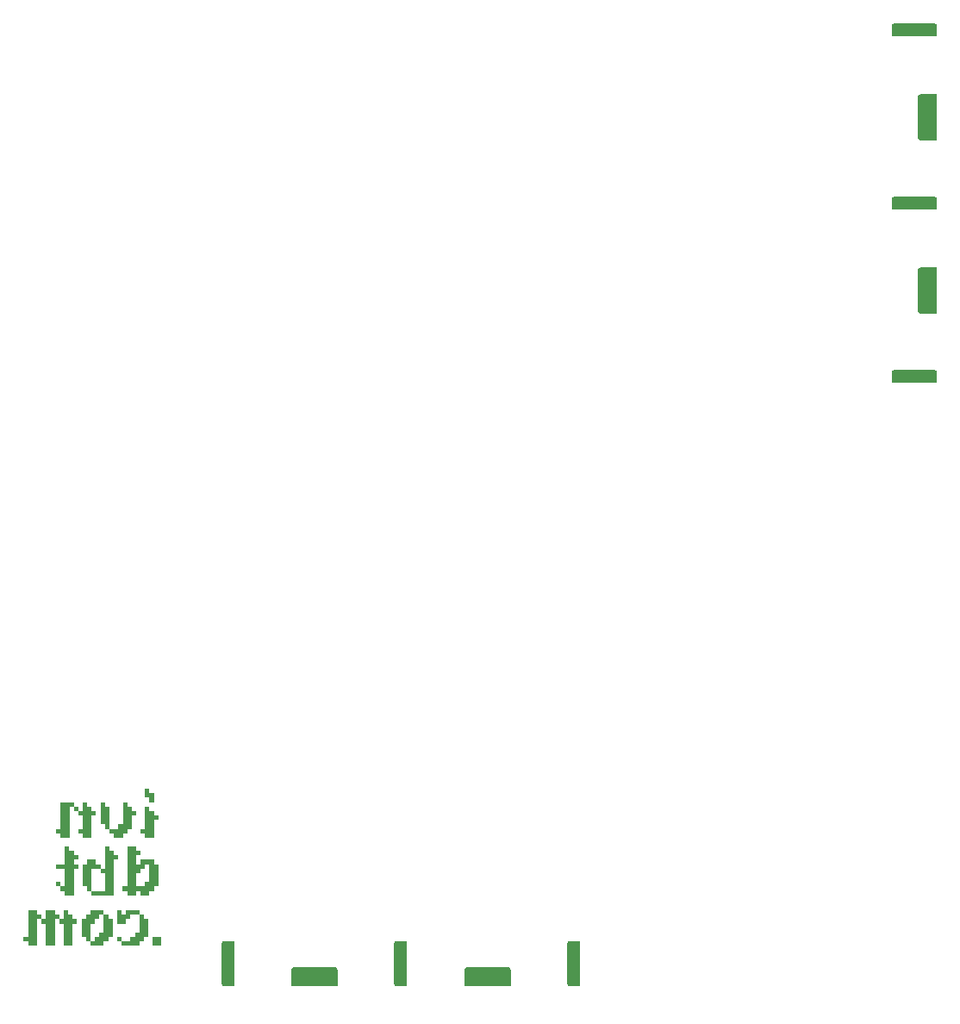
<source format=gbp>
%TF.GenerationSoftware,KiCad,Pcbnew,9.0.2*%
%TF.CreationDate,2026-01-27T22:30:12+01:00*%
%TF.ProjectId,obiwanstenobit,6f626977-616e-4737-9465-6e6f6269742e,rev?*%
%TF.SameCoordinates,Original*%
%TF.FileFunction,Paste,Bot*%
%TF.FilePolarity,Positive*%
%FSLAX46Y46*%
G04 Gerber Fmt 4.6, Leading zero omitted, Abs format (unit mm)*
G04 Created by KiCad (PCBNEW 9.0.2) date 2026-01-27 22:30:12*
%MOMM*%
%LPD*%
G01*
G04 APERTURE LIST*
G04 Aperture macros list*
%AMRoundRect*
0 Rectangle with rounded corners*
0 $1 Rounding radius*
0 $2 $3 $4 $5 $6 $7 $8 $9 X,Y pos of 4 corners*
0 Add a 4 corners polygon primitive as box body*
4,1,4,$2,$3,$4,$5,$6,$7,$8,$9,$2,$3,0*
0 Add four circle primitives for the rounded corners*
1,1,$1+$1,$2,$3*
1,1,$1+$1,$4,$5*
1,1,$1+$1,$6,$7*
1,1,$1+$1,$8,$9*
0 Add four rect primitives between the rounded corners*
20,1,$1+$1,$2,$3,$4,$5,0*
20,1,$1+$1,$4,$5,$6,$7,0*
20,1,$1+$1,$6,$7,$8,$9,0*
20,1,$1+$1,$8,$9,$2,$3,0*%
%AMFreePoly0*
4,1,15,-0.950000,1.965000,-0.942430,2.030251,-0.900124,2.126064,-0.826064,2.200124,-0.730251,2.242430,-0.665000,2.250000,0.950000,2.250000,0.950000,-2.250000,-0.665000,-2.250000,-0.730251,-2.242430,-0.826064,-2.200124,-0.900124,-2.126064,-0.942430,-2.030251,-0.950000,-1.965000,-0.950000,1.965000,-0.950000,1.965000,$1*%
G04 Aperture macros list end*
%ADD10C,0.150000*%
%ADD11FreePoly0,0.000000*%
%ADD12RoundRect,0.190500X-0.444500X2.049500X-0.444500X-2.049500X0.444500X-2.049500X0.444500X2.049500X0*%
%ADD13RoundRect,0.190500X2.049500X0.444500X-2.049500X0.444500X-2.049500X-0.444500X2.049500X-0.444500X0*%
%ADD14FreePoly0,270.000000*%
G04 APERTURE END LIST*
D10*
G36*
X121564026Y-116702997D02*
G01*
X122001221Y-116702997D01*
X122001221Y-117140191D01*
X121564026Y-117140191D01*
X121564026Y-117577386D01*
X121564026Y-118014581D01*
X122001221Y-118014581D01*
X122001221Y-117577386D01*
X122438415Y-117577386D01*
X122875610Y-117577386D01*
X123312805Y-117577386D01*
X123312805Y-118014581D01*
X123750000Y-118014581D01*
X123750000Y-118451775D01*
X123750000Y-118888970D01*
X123750000Y-119326165D01*
X123750000Y-119763359D01*
X123750000Y-120200554D01*
X123312805Y-120200554D01*
X123312805Y-120637749D01*
X122875610Y-120637749D01*
X122875610Y-121074944D01*
X122438415Y-121074944D01*
X122001221Y-121074944D01*
X122001221Y-120637749D01*
X121564026Y-120637749D01*
X121564026Y-121074944D01*
X121126831Y-121074944D01*
X120689637Y-121074944D01*
X120689637Y-120637749D01*
X120252442Y-120637749D01*
X120252442Y-120200554D01*
X120689637Y-120200554D01*
X120689637Y-119763359D01*
X120689637Y-119326165D01*
X120689637Y-118888970D01*
X121564026Y-118888970D01*
X121564026Y-119326165D01*
X121564026Y-119763359D01*
X121564026Y-120200554D01*
X122001221Y-120200554D01*
X122438415Y-120200554D01*
X122438415Y-119763359D01*
X122875610Y-119763359D01*
X122875610Y-119326165D01*
X122875610Y-118888970D01*
X122875610Y-118451775D01*
X122875610Y-118014581D01*
X122438415Y-118014581D01*
X122438415Y-118451775D01*
X122001221Y-118451775D01*
X122001221Y-118888970D01*
X121564026Y-118888970D01*
X120689637Y-118888970D01*
X120689637Y-118451775D01*
X120689637Y-118014581D01*
X120689637Y-117577386D01*
X120689637Y-117140191D01*
X120689637Y-116702997D01*
X120689637Y-116265802D01*
X121126831Y-116265802D01*
X121564026Y-116265802D01*
X121564026Y-116702997D01*
G37*
G36*
X117626831Y-120637749D02*
G01*
X117189637Y-120637749D01*
X117189637Y-121074944D01*
X117626831Y-121074944D01*
X118064026Y-121074944D01*
X118501221Y-121074944D01*
X118938415Y-121074944D01*
X119375610Y-121074944D01*
X119375610Y-120637749D01*
X119375610Y-120200554D01*
X119375610Y-119763359D01*
X119375610Y-119326165D01*
X119375610Y-118888970D01*
X119375610Y-118451775D01*
X119375610Y-118014581D01*
X119375610Y-117577386D01*
X119812805Y-117577386D01*
X119812805Y-117140191D01*
X119375610Y-117140191D01*
X119375610Y-116702997D01*
X118938415Y-116702997D01*
X118938415Y-116265802D01*
X118501221Y-116265802D01*
X118501221Y-116702997D01*
X118501221Y-117140191D01*
X118501221Y-117577386D01*
X118501221Y-118014581D01*
X118501221Y-118451775D01*
X118064026Y-118451775D01*
X118064026Y-118888970D01*
X118501221Y-118888970D01*
X118501221Y-119326165D01*
X118501221Y-119763359D01*
X118501221Y-120200554D01*
X118501221Y-120637749D01*
X118064026Y-120637749D01*
X117626831Y-120637749D01*
G37*
G36*
X117189637Y-120637749D02*
G01*
X117189637Y-120200554D01*
X117189637Y-119763359D01*
X117189637Y-119326165D01*
X117189637Y-118888970D01*
X117189637Y-118451775D01*
X117626831Y-118451775D01*
X118064026Y-118451775D01*
X118064026Y-118014581D01*
X117626831Y-118014581D01*
X117626831Y-117577386D01*
X117189637Y-117577386D01*
X116752442Y-117577386D01*
X116752442Y-118014581D01*
X116315247Y-118014581D01*
X116315247Y-118451775D01*
X116315247Y-118888970D01*
X116315247Y-119326165D01*
X116315247Y-119763359D01*
X116315247Y-120200554D01*
X116752442Y-120200554D01*
X116752442Y-120637749D01*
X117189637Y-120637749D01*
G37*
G36*
X115001221Y-121074944D02*
G01*
X115438415Y-121074944D01*
X115438415Y-120637749D01*
X115438415Y-120200554D01*
X115438415Y-119763359D01*
X115438415Y-119326165D01*
X115438415Y-118888970D01*
X115438415Y-118451775D01*
X115875610Y-118451775D01*
X115875610Y-118014581D01*
X115438415Y-118014581D01*
X115438415Y-117577386D01*
X115875610Y-117577386D01*
X115875610Y-117140191D01*
X115438415Y-117140191D01*
X115438415Y-116702997D01*
X115001221Y-116702997D01*
X115001221Y-116265802D01*
X114564026Y-116265802D01*
X114564026Y-116702997D01*
X114564026Y-117140191D01*
X114564026Y-117577386D01*
X114564026Y-118014581D01*
X114126831Y-118014581D01*
X113689637Y-118014581D01*
X113689637Y-118451775D01*
X114126831Y-118451775D01*
X114564026Y-118451775D01*
X114564026Y-118888970D01*
X114564026Y-119326165D01*
X114564026Y-119763359D01*
X114564026Y-120200554D01*
X114126831Y-120200554D01*
X114126831Y-120637749D01*
X114564026Y-120637749D01*
X114564026Y-121074944D01*
X115001221Y-121074944D01*
G37*
G36*
X114126831Y-120200554D02*
G01*
X114126831Y-119763359D01*
X113689637Y-119763359D01*
X113689637Y-120200554D01*
X114126831Y-120200554D01*
G37*
G36*
X123312805Y-111910722D02*
G01*
X123312805Y-111473527D01*
X123312805Y-111036333D01*
X122875610Y-111036333D01*
X122875610Y-110599138D01*
X122438415Y-110599138D01*
X122438415Y-111036333D01*
X122438415Y-111473527D01*
X122875610Y-111473527D01*
X122875610Y-111910722D01*
X123312805Y-111910722D01*
G37*
G36*
X122875610Y-115408280D02*
G01*
X123312805Y-115408280D01*
X123312805Y-114971085D01*
X123312805Y-114533890D01*
X123312805Y-114096695D01*
X123312805Y-113659501D01*
X123750000Y-113659501D01*
X123750000Y-113222306D01*
X123312805Y-113222306D01*
X123312805Y-112785111D01*
X122875610Y-112785111D01*
X122875610Y-112347917D01*
X122438415Y-112347917D01*
X122438415Y-112785111D01*
X122438415Y-113222306D01*
X122438415Y-113659501D01*
X122438415Y-114096695D01*
X122438415Y-114533890D01*
X122001221Y-114533890D01*
X122001221Y-114971085D01*
X122438415Y-114971085D01*
X122438415Y-115408280D01*
X122875610Y-115408280D01*
G37*
G36*
X119817690Y-115408280D02*
G01*
X120254884Y-115408280D01*
X120254884Y-114971085D01*
X120692079Y-114971085D01*
X120692079Y-114533890D01*
X121129274Y-114533890D01*
X121129274Y-114096695D01*
X121129274Y-113659501D01*
X121129274Y-113222306D01*
X121566468Y-113222306D01*
X121566468Y-112785111D01*
X121129274Y-112785111D01*
X121129274Y-112347917D01*
X120692079Y-112347917D01*
X120692079Y-111910722D01*
X120254884Y-111910722D01*
X120254884Y-112347917D01*
X120254884Y-112785111D01*
X120254884Y-113222306D01*
X120254884Y-113659501D01*
X120254884Y-114096695D01*
X119817690Y-114096695D01*
X119817690Y-114533890D01*
X119380495Y-114533890D01*
X118943300Y-114533890D01*
X118943300Y-114971085D01*
X119380495Y-114971085D01*
X119380495Y-115408280D01*
X119817690Y-115408280D01*
G37*
G36*
X118943300Y-114533890D02*
G01*
X118943300Y-114096695D01*
X118943300Y-113659501D01*
X118943300Y-113222306D01*
X118943300Y-112785111D01*
X118943300Y-112347917D01*
X118506106Y-112347917D01*
X118506106Y-111910722D01*
X118068911Y-111910722D01*
X118068911Y-112347917D01*
X118068911Y-112785111D01*
X118068911Y-113222306D01*
X118068911Y-113659501D01*
X118068911Y-114096695D01*
X118506106Y-114096695D01*
X118506106Y-114533890D01*
X118943300Y-114533890D01*
G37*
G36*
X114568911Y-115408280D02*
G01*
X115006106Y-115408280D01*
X115006106Y-114971085D01*
X115006106Y-114533890D01*
X115006106Y-114096695D01*
X115006106Y-113659501D01*
X115006106Y-113222306D01*
X115006106Y-112785111D01*
X115006106Y-112347917D01*
X115443300Y-112347917D01*
X115443300Y-112785111D01*
X115880495Y-112785111D01*
X115880495Y-113222306D01*
X116317690Y-113222306D01*
X116317690Y-113659501D01*
X116317690Y-114096695D01*
X116317690Y-114533890D01*
X115880495Y-114533890D01*
X115880495Y-114971085D01*
X116317690Y-114971085D01*
X116317690Y-115408280D01*
X116754884Y-115408280D01*
X117192079Y-115408280D01*
X117192079Y-114971085D01*
X117192079Y-114533890D01*
X117192079Y-114096695D01*
X117192079Y-113659501D01*
X117192079Y-113222306D01*
X117629274Y-113222306D01*
X117629274Y-112785111D01*
X117192079Y-112785111D01*
X117192079Y-112347917D01*
X116754884Y-112347917D01*
X116754884Y-111910722D01*
X116317690Y-111910722D01*
X116317690Y-112347917D01*
X116317690Y-112785111D01*
X115880495Y-112785111D01*
X115880495Y-112347917D01*
X115443300Y-112347917D01*
X115443300Y-111910722D01*
X115006106Y-111910722D01*
X114568911Y-111910722D01*
X114131716Y-111910722D01*
X114131716Y-112347917D01*
X114131716Y-112785111D01*
X114131716Y-113222306D01*
X114131716Y-113659501D01*
X114131716Y-114096695D01*
X114131716Y-114533890D01*
X113694521Y-114533890D01*
X113694521Y-114971085D01*
X114131716Y-114971085D01*
X114131716Y-115408280D01*
X114568911Y-115408280D01*
G37*
G36*
X123625610Y-126033275D02*
G01*
X124062805Y-126033275D01*
X124062805Y-125596080D01*
X124062805Y-125158885D01*
X123625610Y-125158885D01*
X123188415Y-125158885D01*
X123188415Y-125596080D01*
X123188415Y-126033275D01*
X123625610Y-126033275D01*
G37*
G36*
X120565247Y-125596080D02*
G01*
X120128053Y-125596080D01*
X120128053Y-126033275D01*
X120565247Y-126033275D01*
X121002442Y-126033275D01*
X121439637Y-126033275D01*
X121876831Y-126033275D01*
X121876831Y-125596080D01*
X122314026Y-125596080D01*
X122314026Y-125158885D01*
X122751221Y-125158885D01*
X122751221Y-124721690D01*
X122751221Y-124284496D01*
X122751221Y-123847301D01*
X122751221Y-123410106D01*
X122314026Y-123410106D01*
X122314026Y-122972912D01*
X121876831Y-122972912D01*
X121876831Y-123410106D01*
X121876831Y-123847301D01*
X121876831Y-124284496D01*
X121876831Y-124721690D01*
X121439637Y-124721690D01*
X121439637Y-125158885D01*
X121002442Y-125158885D01*
X121002442Y-125596080D01*
X120565247Y-125596080D01*
G37*
G36*
X120128053Y-125596080D02*
G01*
X120128053Y-125158885D01*
X119690858Y-125158885D01*
X119690858Y-125596080D01*
X120128053Y-125596080D01*
G37*
G36*
X120128053Y-123847301D02*
G01*
X120565247Y-123847301D01*
X120565247Y-123410106D01*
X121002442Y-123410106D01*
X121002442Y-122972912D01*
X121439637Y-122972912D01*
X121876831Y-122972912D01*
X121876831Y-122535717D01*
X121439637Y-122535717D01*
X121002442Y-122535717D01*
X120565247Y-122535717D01*
X120565247Y-122972912D01*
X120128053Y-122972912D01*
X120128053Y-122535717D01*
X119690858Y-122535717D01*
X119690858Y-122972912D01*
X119690858Y-123410106D01*
X119690858Y-123847301D01*
X120128053Y-123847301D01*
G37*
G36*
X117504884Y-126033275D02*
G01*
X117942079Y-126033275D01*
X118379274Y-126033275D01*
X118379274Y-125596080D01*
X118816468Y-125596080D01*
X118816468Y-125158885D01*
X119253663Y-125158885D01*
X119253663Y-124721690D01*
X119253663Y-124284496D01*
X119253663Y-123847301D01*
X119253663Y-123410106D01*
X118816468Y-123410106D01*
X118816468Y-122972912D01*
X118379274Y-122972912D01*
X118379274Y-123410106D01*
X118379274Y-123847301D01*
X118379274Y-124284496D01*
X118379274Y-124721690D01*
X117942079Y-124721690D01*
X117942079Y-125158885D01*
X117504884Y-125158885D01*
X117504884Y-125596080D01*
X117067690Y-125596080D01*
X117067690Y-126033275D01*
X117504884Y-126033275D01*
G37*
G36*
X117067690Y-125596080D02*
G01*
X117067690Y-125158885D01*
X117067690Y-124721690D01*
X117067690Y-124284496D01*
X117067690Y-123847301D01*
X117504884Y-123847301D01*
X117504884Y-123410106D01*
X117942079Y-123410106D01*
X117942079Y-122972912D01*
X118379274Y-122972912D01*
X118379274Y-122535717D01*
X117942079Y-122535717D01*
X117504884Y-122535717D01*
X117067690Y-122535717D01*
X117067690Y-122972912D01*
X116630495Y-122972912D01*
X116630495Y-123410106D01*
X116193300Y-123410106D01*
X116193300Y-123847301D01*
X116193300Y-124284496D01*
X116193300Y-124721690D01*
X116193300Y-125158885D01*
X116630495Y-125158885D01*
X116630495Y-125596080D01*
X117067690Y-125596080D01*
G37*
G36*
X111384159Y-126033275D02*
G01*
X111821353Y-126033275D01*
X111821353Y-125596080D01*
X111821353Y-125158885D01*
X111821353Y-124721690D01*
X111821353Y-124284496D01*
X111821353Y-123847301D01*
X111821353Y-123410106D01*
X112258548Y-123410106D01*
X112258548Y-123847301D01*
X112695743Y-123847301D01*
X112695743Y-124284496D01*
X112695743Y-124721690D01*
X112695743Y-125158885D01*
X112695743Y-125596080D01*
X112695743Y-126033275D01*
X113132937Y-126033275D01*
X113570132Y-126033275D01*
X113570132Y-125596080D01*
X113570132Y-125158885D01*
X113570132Y-124721690D01*
X113570132Y-124284496D01*
X113570132Y-123847301D01*
X113570132Y-123410106D01*
X114007327Y-123410106D01*
X114007327Y-123847301D01*
X114444521Y-123847301D01*
X114444521Y-124284496D01*
X114444521Y-124721690D01*
X114444521Y-125158885D01*
X114444521Y-125596080D01*
X114444521Y-126033275D01*
X114881716Y-126033275D01*
X115318911Y-126033275D01*
X115318911Y-125596080D01*
X115318911Y-125158885D01*
X115318911Y-124721690D01*
X115318911Y-124284496D01*
X115318911Y-123847301D01*
X115756106Y-123847301D01*
X115756106Y-123410106D01*
X115318911Y-123410106D01*
X115318911Y-122972912D01*
X114881716Y-122972912D01*
X114881716Y-122535717D01*
X114444521Y-122535717D01*
X114444521Y-122972912D01*
X114444521Y-123410106D01*
X114007327Y-123410106D01*
X114007327Y-122972912D01*
X113570132Y-122972912D01*
X113570132Y-122535717D01*
X113132937Y-122535717D01*
X112695743Y-122535717D01*
X112695743Y-122972912D01*
X112695743Y-123410106D01*
X112258548Y-123410106D01*
X112258548Y-122972912D01*
X111821353Y-122972912D01*
X111821353Y-122535717D01*
X111384159Y-122535717D01*
X110946964Y-122535717D01*
X110946964Y-122972912D01*
X110946964Y-123410106D01*
X110946964Y-123847301D01*
X110946964Y-124284496D01*
X110946964Y-124721690D01*
X110946964Y-125158885D01*
X110509769Y-125158885D01*
X110509769Y-125596080D01*
X110946964Y-125596080D01*
X110946964Y-126033275D01*
X111384159Y-126033275D01*
G37*
D11*
%TO.C,REF\u002A\u002A*%
X199263000Y-61624971D03*
%TD*%
D12*
%TO.C,J12*%
X164583336Y-127791615D03*
%TD*%
D13*
%TO.C,J2*%
X198000000Y-36124983D03*
%TD*%
%TO.C,J6*%
X198000000Y-70124967D03*
%TD*%
D11*
%TO.C,REF\u002A\u002A*%
X199263000Y-44624979D03*
%TD*%
D12*
%TO.C,J8*%
X130583352Y-127791615D03*
%TD*%
D14*
%TO.C,REF\u002A\u002A*%
X139083348Y-129063615D03*
%TD*%
%TO.C,REF\u002A\u002A*%
X156083340Y-129063615D03*
%TD*%
D13*
%TO.C,J4*%
X198000000Y-53124975D03*
%TD*%
D12*
%TO.C,J10*%
X147583344Y-127791615D03*
%TD*%
M02*

</source>
